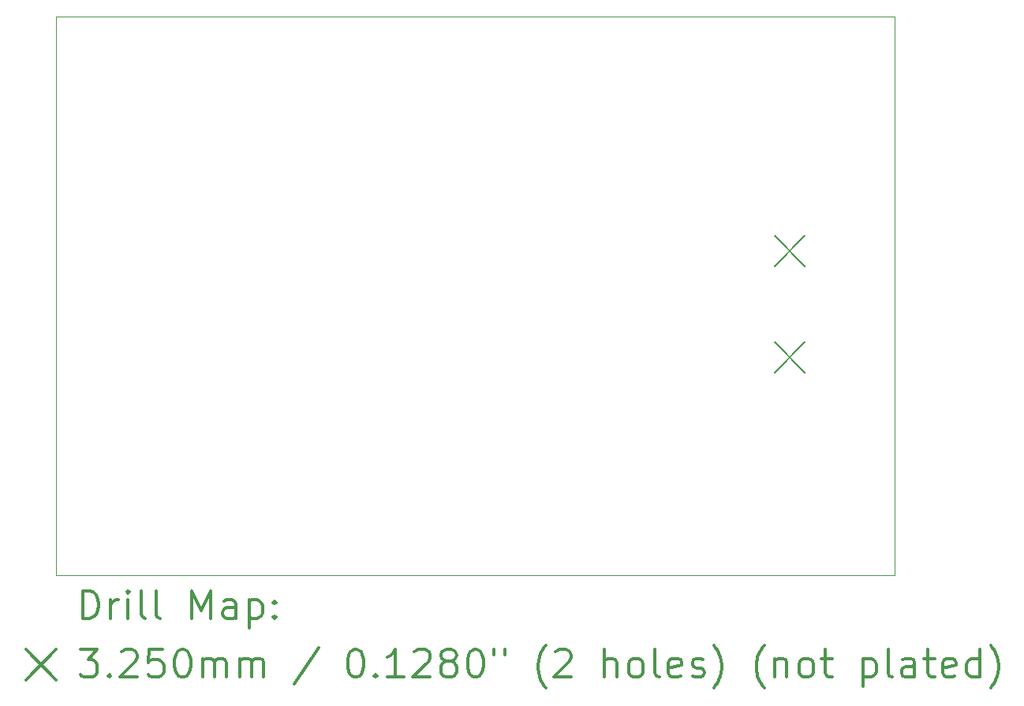
<source format=gbr>
%FSLAX45Y45*%
G04 Gerber Fmt 4.5, Leading zero omitted, Abs format (unit mm)*
G04 Created by KiCad (PCBNEW (5.1.12)-1) date 2021-12-16 18:47:07*
%MOMM*%
%LPD*%
G01*
G04 APERTURE LIST*
%TA.AperFunction,Profile*%
%ADD10C,0.050000*%
%TD*%
%ADD11C,0.200000*%
%ADD12C,0.300000*%
G04 APERTURE END LIST*
D10*
X10800000Y-5100000D02*
X19800000Y-5100000D01*
X10800000Y-11100000D02*
X10800000Y-5100000D01*
X19800000Y-11100000D02*
X10800000Y-11100000D01*
X19800000Y-5100000D02*
X19800000Y-11100000D01*
D11*
X18506500Y-7457500D02*
X18831500Y-7782500D01*
X18831500Y-7457500D02*
X18506500Y-7782500D01*
X18506500Y-8600500D02*
X18831500Y-8925500D01*
X18831500Y-8600500D02*
X18506500Y-8925500D01*
D12*
X11083928Y-11568214D02*
X11083928Y-11268214D01*
X11155357Y-11268214D01*
X11198214Y-11282500D01*
X11226786Y-11311071D01*
X11241071Y-11339643D01*
X11255357Y-11396786D01*
X11255357Y-11439643D01*
X11241071Y-11496786D01*
X11226786Y-11525357D01*
X11198214Y-11553929D01*
X11155357Y-11568214D01*
X11083928Y-11568214D01*
X11383928Y-11568214D02*
X11383928Y-11368214D01*
X11383928Y-11425357D02*
X11398214Y-11396786D01*
X11412500Y-11382500D01*
X11441071Y-11368214D01*
X11469643Y-11368214D01*
X11569643Y-11568214D02*
X11569643Y-11368214D01*
X11569643Y-11268214D02*
X11555357Y-11282500D01*
X11569643Y-11296786D01*
X11583928Y-11282500D01*
X11569643Y-11268214D01*
X11569643Y-11296786D01*
X11755357Y-11568214D02*
X11726786Y-11553929D01*
X11712500Y-11525357D01*
X11712500Y-11268214D01*
X11912500Y-11568214D02*
X11883928Y-11553929D01*
X11869643Y-11525357D01*
X11869643Y-11268214D01*
X12255357Y-11568214D02*
X12255357Y-11268214D01*
X12355357Y-11482500D01*
X12455357Y-11268214D01*
X12455357Y-11568214D01*
X12726786Y-11568214D02*
X12726786Y-11411071D01*
X12712500Y-11382500D01*
X12683928Y-11368214D01*
X12626786Y-11368214D01*
X12598214Y-11382500D01*
X12726786Y-11553929D02*
X12698214Y-11568214D01*
X12626786Y-11568214D01*
X12598214Y-11553929D01*
X12583928Y-11525357D01*
X12583928Y-11496786D01*
X12598214Y-11468214D01*
X12626786Y-11453929D01*
X12698214Y-11453929D01*
X12726786Y-11439643D01*
X12869643Y-11368214D02*
X12869643Y-11668214D01*
X12869643Y-11382500D02*
X12898214Y-11368214D01*
X12955357Y-11368214D01*
X12983928Y-11382500D01*
X12998214Y-11396786D01*
X13012500Y-11425357D01*
X13012500Y-11511071D01*
X12998214Y-11539643D01*
X12983928Y-11553929D01*
X12955357Y-11568214D01*
X12898214Y-11568214D01*
X12869643Y-11553929D01*
X13141071Y-11539643D02*
X13155357Y-11553929D01*
X13141071Y-11568214D01*
X13126786Y-11553929D01*
X13141071Y-11539643D01*
X13141071Y-11568214D01*
X13141071Y-11382500D02*
X13155357Y-11396786D01*
X13141071Y-11411071D01*
X13126786Y-11396786D01*
X13141071Y-11382500D01*
X13141071Y-11411071D01*
X10472500Y-11900000D02*
X10797500Y-12225000D01*
X10797500Y-11900000D02*
X10472500Y-12225000D01*
X11055357Y-11898214D02*
X11241071Y-11898214D01*
X11141071Y-12012500D01*
X11183928Y-12012500D01*
X11212500Y-12026786D01*
X11226786Y-12041071D01*
X11241071Y-12069643D01*
X11241071Y-12141071D01*
X11226786Y-12169643D01*
X11212500Y-12183929D01*
X11183928Y-12198214D01*
X11098214Y-12198214D01*
X11069643Y-12183929D01*
X11055357Y-12169643D01*
X11369643Y-12169643D02*
X11383928Y-12183929D01*
X11369643Y-12198214D01*
X11355357Y-12183929D01*
X11369643Y-12169643D01*
X11369643Y-12198214D01*
X11498214Y-11926786D02*
X11512500Y-11912500D01*
X11541071Y-11898214D01*
X11612500Y-11898214D01*
X11641071Y-11912500D01*
X11655357Y-11926786D01*
X11669643Y-11955357D01*
X11669643Y-11983929D01*
X11655357Y-12026786D01*
X11483928Y-12198214D01*
X11669643Y-12198214D01*
X11941071Y-11898214D02*
X11798214Y-11898214D01*
X11783928Y-12041071D01*
X11798214Y-12026786D01*
X11826786Y-12012500D01*
X11898214Y-12012500D01*
X11926786Y-12026786D01*
X11941071Y-12041071D01*
X11955357Y-12069643D01*
X11955357Y-12141071D01*
X11941071Y-12169643D01*
X11926786Y-12183929D01*
X11898214Y-12198214D01*
X11826786Y-12198214D01*
X11798214Y-12183929D01*
X11783928Y-12169643D01*
X12141071Y-11898214D02*
X12169643Y-11898214D01*
X12198214Y-11912500D01*
X12212500Y-11926786D01*
X12226786Y-11955357D01*
X12241071Y-12012500D01*
X12241071Y-12083929D01*
X12226786Y-12141071D01*
X12212500Y-12169643D01*
X12198214Y-12183929D01*
X12169643Y-12198214D01*
X12141071Y-12198214D01*
X12112500Y-12183929D01*
X12098214Y-12169643D01*
X12083928Y-12141071D01*
X12069643Y-12083929D01*
X12069643Y-12012500D01*
X12083928Y-11955357D01*
X12098214Y-11926786D01*
X12112500Y-11912500D01*
X12141071Y-11898214D01*
X12369643Y-12198214D02*
X12369643Y-11998214D01*
X12369643Y-12026786D02*
X12383928Y-12012500D01*
X12412500Y-11998214D01*
X12455357Y-11998214D01*
X12483928Y-12012500D01*
X12498214Y-12041071D01*
X12498214Y-12198214D01*
X12498214Y-12041071D02*
X12512500Y-12012500D01*
X12541071Y-11998214D01*
X12583928Y-11998214D01*
X12612500Y-12012500D01*
X12626786Y-12041071D01*
X12626786Y-12198214D01*
X12769643Y-12198214D02*
X12769643Y-11998214D01*
X12769643Y-12026786D02*
X12783928Y-12012500D01*
X12812500Y-11998214D01*
X12855357Y-11998214D01*
X12883928Y-12012500D01*
X12898214Y-12041071D01*
X12898214Y-12198214D01*
X12898214Y-12041071D02*
X12912500Y-12012500D01*
X12941071Y-11998214D01*
X12983928Y-11998214D01*
X13012500Y-12012500D01*
X13026786Y-12041071D01*
X13026786Y-12198214D01*
X13612500Y-11883929D02*
X13355357Y-12269643D01*
X13998214Y-11898214D02*
X14026786Y-11898214D01*
X14055357Y-11912500D01*
X14069643Y-11926786D01*
X14083928Y-11955357D01*
X14098214Y-12012500D01*
X14098214Y-12083929D01*
X14083928Y-12141071D01*
X14069643Y-12169643D01*
X14055357Y-12183929D01*
X14026786Y-12198214D01*
X13998214Y-12198214D01*
X13969643Y-12183929D01*
X13955357Y-12169643D01*
X13941071Y-12141071D01*
X13926786Y-12083929D01*
X13926786Y-12012500D01*
X13941071Y-11955357D01*
X13955357Y-11926786D01*
X13969643Y-11912500D01*
X13998214Y-11898214D01*
X14226786Y-12169643D02*
X14241071Y-12183929D01*
X14226786Y-12198214D01*
X14212500Y-12183929D01*
X14226786Y-12169643D01*
X14226786Y-12198214D01*
X14526786Y-12198214D02*
X14355357Y-12198214D01*
X14441071Y-12198214D02*
X14441071Y-11898214D01*
X14412500Y-11941071D01*
X14383928Y-11969643D01*
X14355357Y-11983929D01*
X14641071Y-11926786D02*
X14655357Y-11912500D01*
X14683928Y-11898214D01*
X14755357Y-11898214D01*
X14783928Y-11912500D01*
X14798214Y-11926786D01*
X14812500Y-11955357D01*
X14812500Y-11983929D01*
X14798214Y-12026786D01*
X14626786Y-12198214D01*
X14812500Y-12198214D01*
X14983928Y-12026786D02*
X14955357Y-12012500D01*
X14941071Y-11998214D01*
X14926786Y-11969643D01*
X14926786Y-11955357D01*
X14941071Y-11926786D01*
X14955357Y-11912500D01*
X14983928Y-11898214D01*
X15041071Y-11898214D01*
X15069643Y-11912500D01*
X15083928Y-11926786D01*
X15098214Y-11955357D01*
X15098214Y-11969643D01*
X15083928Y-11998214D01*
X15069643Y-12012500D01*
X15041071Y-12026786D01*
X14983928Y-12026786D01*
X14955357Y-12041071D01*
X14941071Y-12055357D01*
X14926786Y-12083929D01*
X14926786Y-12141071D01*
X14941071Y-12169643D01*
X14955357Y-12183929D01*
X14983928Y-12198214D01*
X15041071Y-12198214D01*
X15069643Y-12183929D01*
X15083928Y-12169643D01*
X15098214Y-12141071D01*
X15098214Y-12083929D01*
X15083928Y-12055357D01*
X15069643Y-12041071D01*
X15041071Y-12026786D01*
X15283928Y-11898214D02*
X15312500Y-11898214D01*
X15341071Y-11912500D01*
X15355357Y-11926786D01*
X15369643Y-11955357D01*
X15383928Y-12012500D01*
X15383928Y-12083929D01*
X15369643Y-12141071D01*
X15355357Y-12169643D01*
X15341071Y-12183929D01*
X15312500Y-12198214D01*
X15283928Y-12198214D01*
X15255357Y-12183929D01*
X15241071Y-12169643D01*
X15226786Y-12141071D01*
X15212500Y-12083929D01*
X15212500Y-12012500D01*
X15226786Y-11955357D01*
X15241071Y-11926786D01*
X15255357Y-11912500D01*
X15283928Y-11898214D01*
X15498214Y-11898214D02*
X15498214Y-11955357D01*
X15612500Y-11898214D02*
X15612500Y-11955357D01*
X16055357Y-12312500D02*
X16041071Y-12298214D01*
X16012500Y-12255357D01*
X15998214Y-12226786D01*
X15983928Y-12183929D01*
X15969643Y-12112500D01*
X15969643Y-12055357D01*
X15983928Y-11983929D01*
X15998214Y-11941071D01*
X16012500Y-11912500D01*
X16041071Y-11869643D01*
X16055357Y-11855357D01*
X16155357Y-11926786D02*
X16169643Y-11912500D01*
X16198214Y-11898214D01*
X16269643Y-11898214D01*
X16298214Y-11912500D01*
X16312500Y-11926786D01*
X16326786Y-11955357D01*
X16326786Y-11983929D01*
X16312500Y-12026786D01*
X16141071Y-12198214D01*
X16326786Y-12198214D01*
X16683928Y-12198214D02*
X16683928Y-11898214D01*
X16812500Y-12198214D02*
X16812500Y-12041071D01*
X16798214Y-12012500D01*
X16769643Y-11998214D01*
X16726786Y-11998214D01*
X16698214Y-12012500D01*
X16683928Y-12026786D01*
X16998214Y-12198214D02*
X16969643Y-12183929D01*
X16955357Y-12169643D01*
X16941071Y-12141071D01*
X16941071Y-12055357D01*
X16955357Y-12026786D01*
X16969643Y-12012500D01*
X16998214Y-11998214D01*
X17041071Y-11998214D01*
X17069643Y-12012500D01*
X17083928Y-12026786D01*
X17098214Y-12055357D01*
X17098214Y-12141071D01*
X17083928Y-12169643D01*
X17069643Y-12183929D01*
X17041071Y-12198214D01*
X16998214Y-12198214D01*
X17269643Y-12198214D02*
X17241071Y-12183929D01*
X17226786Y-12155357D01*
X17226786Y-11898214D01*
X17498214Y-12183929D02*
X17469643Y-12198214D01*
X17412500Y-12198214D01*
X17383928Y-12183929D01*
X17369643Y-12155357D01*
X17369643Y-12041071D01*
X17383928Y-12012500D01*
X17412500Y-11998214D01*
X17469643Y-11998214D01*
X17498214Y-12012500D01*
X17512500Y-12041071D01*
X17512500Y-12069643D01*
X17369643Y-12098214D01*
X17626786Y-12183929D02*
X17655357Y-12198214D01*
X17712500Y-12198214D01*
X17741071Y-12183929D01*
X17755357Y-12155357D01*
X17755357Y-12141071D01*
X17741071Y-12112500D01*
X17712500Y-12098214D01*
X17669643Y-12098214D01*
X17641071Y-12083929D01*
X17626786Y-12055357D01*
X17626786Y-12041071D01*
X17641071Y-12012500D01*
X17669643Y-11998214D01*
X17712500Y-11998214D01*
X17741071Y-12012500D01*
X17855357Y-12312500D02*
X17869643Y-12298214D01*
X17898214Y-12255357D01*
X17912500Y-12226786D01*
X17926786Y-12183929D01*
X17941071Y-12112500D01*
X17941071Y-12055357D01*
X17926786Y-11983929D01*
X17912500Y-11941071D01*
X17898214Y-11912500D01*
X17869643Y-11869643D01*
X17855357Y-11855357D01*
X18398214Y-12312500D02*
X18383928Y-12298214D01*
X18355357Y-12255357D01*
X18341071Y-12226786D01*
X18326786Y-12183929D01*
X18312500Y-12112500D01*
X18312500Y-12055357D01*
X18326786Y-11983929D01*
X18341071Y-11941071D01*
X18355357Y-11912500D01*
X18383928Y-11869643D01*
X18398214Y-11855357D01*
X18512500Y-11998214D02*
X18512500Y-12198214D01*
X18512500Y-12026786D02*
X18526786Y-12012500D01*
X18555357Y-11998214D01*
X18598214Y-11998214D01*
X18626786Y-12012500D01*
X18641071Y-12041071D01*
X18641071Y-12198214D01*
X18826786Y-12198214D02*
X18798214Y-12183929D01*
X18783928Y-12169643D01*
X18769643Y-12141071D01*
X18769643Y-12055357D01*
X18783928Y-12026786D01*
X18798214Y-12012500D01*
X18826786Y-11998214D01*
X18869643Y-11998214D01*
X18898214Y-12012500D01*
X18912500Y-12026786D01*
X18926786Y-12055357D01*
X18926786Y-12141071D01*
X18912500Y-12169643D01*
X18898214Y-12183929D01*
X18869643Y-12198214D01*
X18826786Y-12198214D01*
X19012500Y-11998214D02*
X19126786Y-11998214D01*
X19055357Y-11898214D02*
X19055357Y-12155357D01*
X19069643Y-12183929D01*
X19098214Y-12198214D01*
X19126786Y-12198214D01*
X19455357Y-11998214D02*
X19455357Y-12298214D01*
X19455357Y-12012500D02*
X19483928Y-11998214D01*
X19541071Y-11998214D01*
X19569643Y-12012500D01*
X19583928Y-12026786D01*
X19598214Y-12055357D01*
X19598214Y-12141071D01*
X19583928Y-12169643D01*
X19569643Y-12183929D01*
X19541071Y-12198214D01*
X19483928Y-12198214D01*
X19455357Y-12183929D01*
X19769643Y-12198214D02*
X19741071Y-12183929D01*
X19726786Y-12155357D01*
X19726786Y-11898214D01*
X20012500Y-12198214D02*
X20012500Y-12041071D01*
X19998214Y-12012500D01*
X19969643Y-11998214D01*
X19912500Y-11998214D01*
X19883928Y-12012500D01*
X20012500Y-12183929D02*
X19983928Y-12198214D01*
X19912500Y-12198214D01*
X19883928Y-12183929D01*
X19869643Y-12155357D01*
X19869643Y-12126786D01*
X19883928Y-12098214D01*
X19912500Y-12083929D01*
X19983928Y-12083929D01*
X20012500Y-12069643D01*
X20112500Y-11998214D02*
X20226786Y-11998214D01*
X20155357Y-11898214D02*
X20155357Y-12155357D01*
X20169643Y-12183929D01*
X20198214Y-12198214D01*
X20226786Y-12198214D01*
X20441071Y-12183929D02*
X20412500Y-12198214D01*
X20355357Y-12198214D01*
X20326786Y-12183929D01*
X20312500Y-12155357D01*
X20312500Y-12041071D01*
X20326786Y-12012500D01*
X20355357Y-11998214D01*
X20412500Y-11998214D01*
X20441071Y-12012500D01*
X20455357Y-12041071D01*
X20455357Y-12069643D01*
X20312500Y-12098214D01*
X20712500Y-12198214D02*
X20712500Y-11898214D01*
X20712500Y-12183929D02*
X20683928Y-12198214D01*
X20626786Y-12198214D01*
X20598214Y-12183929D01*
X20583928Y-12169643D01*
X20569643Y-12141071D01*
X20569643Y-12055357D01*
X20583928Y-12026786D01*
X20598214Y-12012500D01*
X20626786Y-11998214D01*
X20683928Y-11998214D01*
X20712500Y-12012500D01*
X20826786Y-12312500D02*
X20841071Y-12298214D01*
X20869643Y-12255357D01*
X20883928Y-12226786D01*
X20898214Y-12183929D01*
X20912500Y-12112500D01*
X20912500Y-12055357D01*
X20898214Y-11983929D01*
X20883928Y-11941071D01*
X20869643Y-11912500D01*
X20841071Y-11869643D01*
X20826786Y-11855357D01*
M02*

</source>
